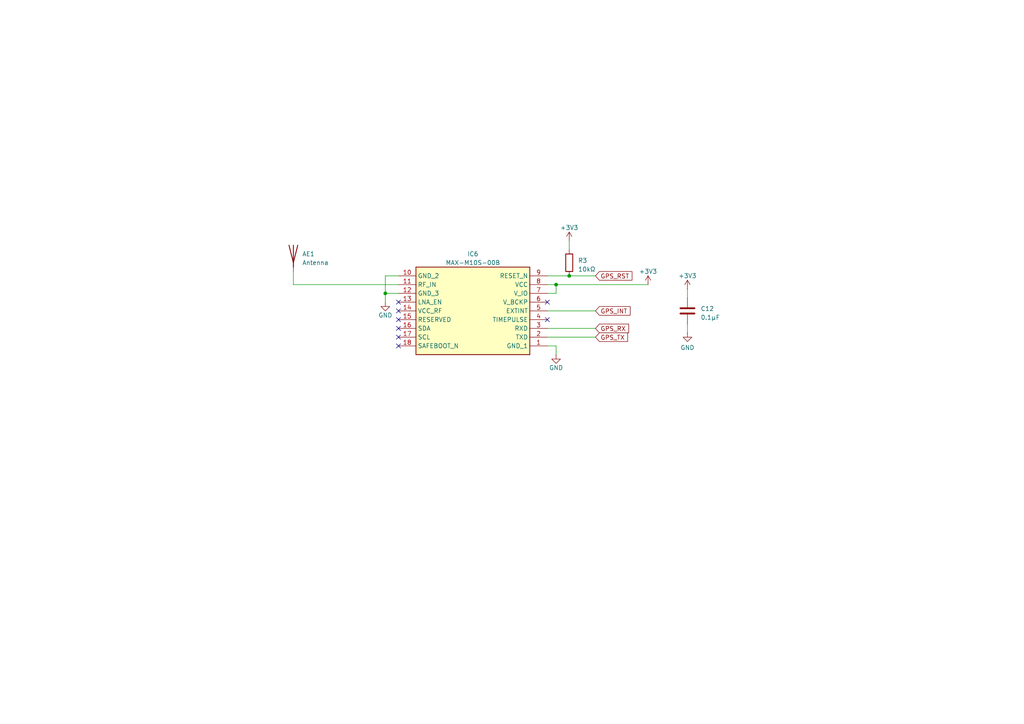
<source format=kicad_sch>
(kicad_sch (version 20250114) (generator "eeschema") (generator_version "9.0")
  (paper "A4")
  (lib_symbols
    (symbol "Device:Antenna" (pin_numbers (hide yes)) (pin_names (offset 1.016) (hide yes))
      (property "Reference" "AE" (at -1.905 1.905 0))
      (property "Value" "Antenna" (at -1.905 0 0))
      (symbol "Antenna_0_1"
        (polyline (pts (xy 0 2.54) (xy 0 -3.81)) (stroke (width 0.254)))
        (polyline (pts (xy 1.27 2.54) (xy 0 -2.54) (xy -1.27 2.54)) (stroke (width 0.254)))
      )
      (symbol "Antenna_1_1"
        (pin input line (at 0 -5.08 90) (length 2.54) (name "A") (number "1"))
      )
    )
    (symbol "Device:C" (pin_numbers (hide yes)) (pin_names (offset 0.254))
      (property "Reference" "C" (at 0.635 2.54 0))
      (property "Value" "C" (at 0.635 -2.54 0))
      (symbol "C_0_1"
        (polyline (pts (xy -2.032 0.762) (xy 2.032 0.762)) (stroke (width 0.508)))
        (polyline (pts (xy -2.032 -0.762) (xy 2.032 -0.762)) (stroke (width 0.508)))
      )
      (symbol "C_1_1"
        (pin passive line (at 0 3.81 270) (length 2.794) (name "~") (number "1"))
        (pin passive line (at 0 -3.81 90) (length 2.794) (name "~") (number "2"))
      )
    )
    (symbol "Device:R" (pin_numbers (hide yes)) (pin_names (offset 0))
      (property "Reference" "R" (at 2.032 0 90))
      (property "Value" "R" (at 0 0 90))
      (symbol "R_0_1"
        (rectangle (start -1.016 -2.54) (end 1.016 2.54) (stroke (width 0.254)))
      )
      (symbol "R_1_1"
        (pin passive line (at 0 3.81 270) (length 1.27) (name "~") (number "1"))
        (pin passive line (at 0 -3.81 90) (length 1.27) (name "~") (number "2"))
      )
    )
    (symbol "MAX-M10S-00B:MAX-M10S-00B"
      (property "Reference" "IC" (at 39.37 7.62 0))
      (property "Value" "MAX-M10S-00B" (at 39.37 5.08 0))
      (symbol "MAX-M10S-00B_1_1"
        (rectangle (start 5.08 2.54) (end 38.1 -22.86) (stroke (width 0.254)) (fill (type background)))
        (pin passive line (at 0 0 0) (length 5.08) (name "GND_2") (number "10"))
        (pin passive line (at 0 -2.54 0) (length 5.08) (name "RF_IN") (number "11"))
        (pin passive line (at 0 -5.08 0) (length 5.08) (name "GND_3") (number "12"))
        (pin passive line (at 0 -7.62 0) (length 5.08) (name "LNA_EN") (number "13"))
        (pin passive line (at 0 -10.16 0) (length 5.08) (name "VCC_RF") (number "14"))
        (pin passive line (at 0 -12.7 0) (length 5.08) (name "RESERVED") (number "15"))
        (pin passive line (at 0 -15.24 0) (length 5.08) (name "SDA") (number "16"))
        (pin passive line (at 0 -17.78 0) (length 5.08) (name "SCL") (number "17"))
        (pin passive line (at 0 -20.32 0) (length 5.08) (name "SAFEBOOT_N") (number "18"))
        (pin passive line (at 43.18 0 180) (length 5.08) (name "RESET_N") (number "9"))
        (pin passive line (at 43.18 -2.54 180) (length 5.08) (name "VCC") (number "8"))
        (pin passive line (at 43.18 -5.08 180) (length 5.08) (name "V_IO") (number "7"))
        (pin passive line (at 43.18 -7.62 180) (length 5.08) (name "V_BCKP") (number "6"))
        (pin passive line (at 43.18 -10.16 180) (length 5.08) (name "EXTINT") (number "5"))
        (pin passive line (at 43.18 -12.7 180) (length 5.08) (name "TIMEPULSE") (number "4"))
        (pin passive line (at 43.18 -15.24 180) (length 5.08) (name "RXD") (number "3"))
        (pin passive line (at 43.18 -17.78 180) (length 5.08) (name "TXD") (number "2"))
        (pin passive line (at 43.18 -20.32 180) (length 5.08) (name "GND_1") (number "1"))
      )
    )
    (symbol "power:+3V3" (power) (pin_numbers (hide yes)) (pin_names (offset 0) (hide yes))
      (property "Value" "+3V3" (at 0 3.556 0))
      (symbol "+3V3_0_1"
        (polyline (pts (xy -0.762 1.27) (xy 0 2.54)))
        (polyline (pts (xy 0 2.54) (xy 0.762 1.27)))
        (polyline (pts (xy 0 0) (xy 0 2.54)))
      )
      (symbol "+3V3_1_1"
        (pin power_in line (at 0 0 90) (length 0) (name "~") (number "1"))
      )
    )
    (symbol "power:GND" (power) (pin_numbers (hide yes)) (pin_names (offset 0) (hide yes))
      (property "Value" "GND" (at 0 -3.81 0))
      (symbol "GND_0_1"
        (polyline (pts (xy 0 0) (xy 0 -1.27) (xy 1.27 -1.27) (xy 0 -2.54) (xy -1.27 -1.27) (xy 0 -1.27)))
      )
      (symbol "GND_1_1"
        (pin power_in line (at 0 0 270) (length 0) (name "~") (number "1"))
      )
    )
  )
  (junction (at 165.1 80.01))
  (junction (at 111.76 85.09))
  (junction (at 161.29 82.55))
  (no_connect (at 115.57 95.25))
  (no_connect (at 115.57 97.79))
  (no_connect (at 158.75 87.63))
  (no_connect (at 158.75 92.71))
  (no_connect (at 115.57 100.33))
  (no_connect (at 115.57 92.71))
  (no_connect (at 115.57 90.17))
  (no_connect (at 115.57 87.63))
  (wire (pts (xy 161.29 82.55) (xy 187.96 82.55)))
  (wire (pts (xy 111.76 85.09) (xy 115.57 85.09)))
  (wire (pts (xy 158.75 100.33) (xy 161.29 100.33)))
  (wire (pts (xy 199.39 93.98) (xy 199.39 96.52)))
  (wire (pts (xy 85.09 82.55) (xy 115.57 82.55)))
  (wire (pts (xy 111.76 80.01) (xy 111.76 85.09)))
  (wire (pts (xy 158.75 95.25) (xy 172.72 95.25)))
  (wire (pts (xy 111.76 80.01) (xy 115.57 80.01)))
  (wire (pts (xy 111.76 85.09) (xy 111.76 87.63)))
  (wire (pts (xy 85.09 82.55) (xy 85.09 78.74)))
  (wire (pts (xy 158.75 80.01) (xy 165.1 80.01)))
  (wire (pts (xy 199.39 83.82) (xy 199.39 86.36)))
  (wire (pts (xy 165.1 80.01) (xy 172.72 80.01)))
  (wire (pts (xy 158.75 97.79) (xy 172.72 97.79)))
  (wire (pts (xy 161.29 82.55) (xy 161.29 85.09)))
  (wire (pts (xy 165.1 69.85) (xy 165.1 72.39)))
  (wire (pts (xy 158.75 85.09) (xy 161.29 85.09)))
  (wire (pts (xy 161.29 100.33) (xy 161.29 102.87)))
  (wire (pts (xy 158.75 82.55) (xy 161.29 82.55)))
  (wire (pts (xy 158.75 90.17) (xy 172.72 90.17)))
  (global_label "GPS_RX" (shape input) (at 172.72 95.25 0) (property "Intersheetrefs" "${INTERSHEET_REFS}" (effects (hide yes))))
  (global_label "GPS_TX" (shape input) (at 172.72 97.79 0) (property "Intersheetrefs" "${INTERSHEET_REFS}" (effects (hide yes))))
  (global_label "GPS_INT" (shape input) (at 172.72 90.17 0) (property "Intersheetrefs" "${INTERSHEET_REFS}" (effects (hide yes))))
  (global_label "GPS_RST" (shape input) (at 172.72 80.01 0) (property "Intersheetrefs" "${INTERSHEET_REFS}" (effects (hide yes))))
  (symbol (lib_id "power:+3V3") (at 165.1 69.85 0) (unit 1)
    (property "Reference" "#PWR047" (effects (hide yes)))
    (property "Value" "+3V3" (at 165.1 66.04 0))
    (property "Description" "Power symbol creates a global label with name \"+3V3\"" (effects (hide yes)))
  )
  (symbol (lib_id "Device:C") (at 199.39 90.17 0) (unit 1)
    (property "Reference" "C12" (at 203.2 89.535 0) (effects (justify left)))
    (property "Value" "0.1µF" (at 203.2 92.075 0) (effects (justify left)))
    (property "Footprint" "Capacitor_SMD:C_0402_1005Metric" (effects (hide yes)))
  )
  (symbol (lib_id "MAX-M10S-00B:MAX-M10S-00B") (at 115.57 80.01 0) (unit 1)
    (property "Reference" "IC6" (at 137.16 73.66 0))
    (property "Value" "MAX-M10S-00B" (at 137.16 76.2 0))
    (property "Footprint" "MAX-M10S-00B:MAXM10S00B" (effects (hide yes)))
    (property "Datasheet" "https://content.u-blox.com/sites/default/files/MAX-M10S_IntegrationManual_UBX-20053088.pdf" (effects (hide yes)))
    (property "Height" "2.7" (effects (hide yes)))
    (property "Manufacturer_Name" "u-blox" (effects (hide yes)))
    (property "Manufacturer_Part_Number" "MAX-M10S-00B" (effects (hide yes)))
    (property "Mouser Part Number" "377-MAX-M10S-00B" (effects (hide yes)))
    (property "Mouser Price/Stock" "https://www.mouser.co.uk/ProductDetail/u-blox/MAX-M10S-00B?qs=A6eO%252BMLsxmT0PfQYPb7LLQ%3D%3D" (effects (hide yes)))
    (property "Arrow Part Number" "MAX-M10S-00B" (effects (hide yes)))
    (property "Arrow Price/Stock" "https://www.arrow.com/en/products/max-m10s-00b/u-blox?utm_currency=USD&region=nac" (effects (hide yes)))
  )
  (symbol (lib_id "power:GND") (at 199.39 96.52 0) (unit 1)
    (property "Reference" "#PWR030" (effects (hide yes)))
    (property "Value" "GND" (at 199.39 100.838 0))
    (property "Description" "Power symbol creates a global label with name \"GND\" , ground" (effects (hide yes)))
  )
  (symbol (lib_id "power:+3V3") (at 187.96 82.55 0) (unit 1)
    (property "Reference" "#PWR037" (effects (hide yes)))
    (property "Value" "+3V3" (at 187.96 78.74 0))
    (property "Description" "Power symbol creates a global label with name \"+3V3\"" (effects (hide yes)))
  )
  (symbol (lib_id "power:+3V3") (at 199.39 83.82 0) (unit 1)
    (property "Reference" "#PWR029" (effects (hide yes)))
    (property "Value" "+3V3" (at 199.39 80.01 0))
    (property "Description" "Power symbol creates a global label with name \"+3V3\"" (effects (hide yes)))
  )
  (symbol (lib_id "Device:Antenna") (at 85.09 73.66 0) (unit 1)
    (property "Reference" "AE1" (at 87.63 73.66 0) (effects (justify left)))
    (property "Value" "Antenna" (at 87.63 76.2 0) (effects (justify left)))
    (property "Footprint" "GP_1575_18_4_A_02:GP_1575_18_4_A_02" (effects (hide yes)))
  )
  (symbol (lib_id "Device:R") (at 165.1 76.2 0) (unit 1)
    (property "Reference" "R3" (at 167.64 75.565 0) (effects (justify left)))
    (property "Value" "10kΩ" (at 167.64 78.105 0) (effects (justify left)))
    (property "Footprint" "Resistor_SMD:R_0402_1005Metric" (effects (hide yes)))
  )
  (symbol (lib_id "power:GND") (at 111.76 87.63 0) (unit 1)
    (property "Reference" "#PWR038" (effects (hide yes)))
    (property "Value" "GND" (at 111.76 91.44 0))
    (property "Description" "Power symbol creates a global label with name \"GND\" , ground" (effects (hide yes)))
  )
  (symbol (lib_id "power:GND") (at 161.29 102.87 0) (unit 1)
    (property "Reference" "#PWR039" (effects (hide yes)))
    (property "Value" "GND" (at 161.29 106.68 0))
    (property "Description" "Power symbol creates a global label with name \"GND\" , ground" (effects (hide yes)))
  )
)
</source>
